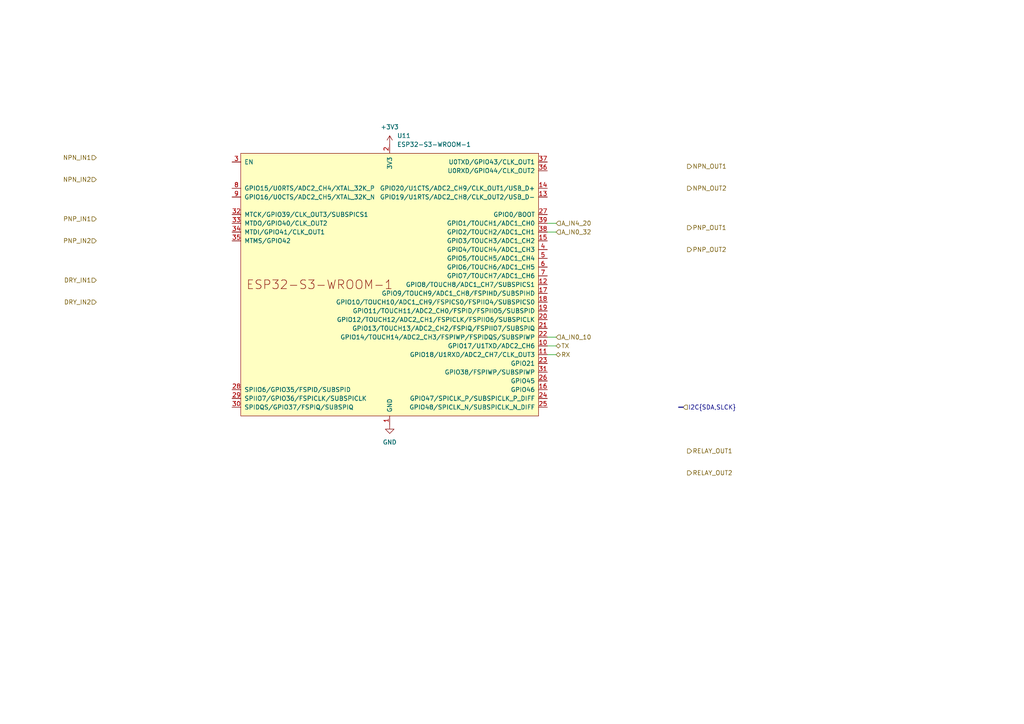
<source format=kicad_sch>
(kicad_sch (version 20250114) (generator "eeschema") (generator_version "9.0")
  (paper "A4")
  (lib_symbols
    (symbol "PCM_Espressif:ESP32-S3-WROOM-1" (pin_names (offset 1.016))
      (property "Reference" "U" (at -43.18 43.18 0))
      (property "Value" "ESP32-S3-WROOM-1" (at -43.18 40.64 0))
      (symbol "ESP32-S3-WROOM-1_0_0"
        (text "ESP32-S3-WROOM-1" (at -20.32 0 0) (effects (font (size 2.54 2.54))))
        (pin input line (at -45.72 35.56 0) (length 2.54) (name "EN") (number "3"))
        (pin bidirectional line (at -45.72 27.94 0) (length 2.54) (name "GPIO15/U0RTS/ADC2_CH4/XTAL_32K_P") (number "8"))
        (pin bidirectional line (at -45.72 25.4 0) (length 2.54) (name "GPIO16/U0CTS/ADC2_CH5/XTAL_32K_N") (number "9"))
        (pin bidirectional line (at -45.72 20.32 0) (length 2.54) (name "MTCK/GPIO39/CLK_OUT3/SUBSPICS1") (number "32"))
        (pin bidirectional line (at -45.72 17.78 0) (length 2.54) (name "MTDO/GPIO40/CLK_OUT2") (number "33"))
        (pin bidirectional line (at -45.72 15.24 0) (length 2.54) (name "MTDI/GPIO41/CLK_OUT1") (number "34"))
        (pin bidirectional line (at -45.72 12.7 0) (length 2.54) (name "MTMS/GPIO42") (number "35"))
        (pin bidirectional line (at -45.72 -30.48 0) (length 2.54) (name "SPIIO6/GPIO35/FSPID/SUBSPID") (number "28"))
        (pin bidirectional line (at -45.72 -33.02 0) (length 2.54) (name "SPIIO7/GPIO36/FSPICLK/SUBSPICLK") (number "29"))
        (pin bidirectional line (at -45.72 -35.56 0) (length 2.54) (name "SPIDQS/GPIO37/FSPIQ/SUBSPIQ") (number "30"))
        (pin power_in line (at 0 40.64 270) (length 2.54) (name "3V3") (number "2"))
        (pin power_in line (at 0 -40.64 90) (length 2.54) (name "GND") (number "1"))
        (pin passive line (at 0 -40.64 90) (length 2.54) (hide yes) (name "GND") (number "40"))
        (pin passive line (at 0 -40.64 90) (length 2.54) (hide yes) (name "GND") (number "41"))
        (pin bidirectional line (at 45.72 35.56 180) (length 2.54) (name "U0TXD/GPIO43/CLK_OUT1") (number "37"))
        (pin bidirectional line (at 45.72 33.02 180) (length 2.54) (name "U0RXD/GPIO44/CLK_OUT2") (number "36"))
        (pin bidirectional line (at 45.72 27.94 180) (length 2.54) (name "GPIO20/U1CTS/ADC2_CH9/CLK_OUT1/USB_D+") (number "14"))
        (pin bidirectional line (at 45.72 25.4 180) (length 2.54) (name "GPIO19/U1RTS/ADC2_CH8/CLK_OUT2/USB_D-") (number "13"))
        (pin bidirectional line (at 45.72 20.32 180) (length 2.54) (name "GPIO0/BOOT") (number "27"))
        (pin bidirectional line (at 45.72 17.78 180) (length 2.54) (name "GPIO1/TOUCH1/ADC1_CH0") (number "39"))
        (pin bidirectional line (at 45.72 15.24 180) (length 2.54) (name "GPIO2/TOUCH2/ADC1_CH1") (number "38"))
        (pin bidirectional line (at 45.72 12.7 180) (length 2.54) (name "GPIO3/TOUCH3/ADC1_CH2") (number "15"))
        (pin bidirectional line (at 45.72 10.16 180) (length 2.54) (name "GPIO4/TOUCH4/ADC1_CH3") (number "4"))
        (pin bidirectional line (at 45.72 7.62 180) (length 2.54) (name "GPIO5/TOUCH5/ADC1_CH4") (number "5"))
        (pin bidirectional line (at 45.72 5.08 180) (length 2.54) (name "GPIO6/TOUCH6/ADC1_CH5") (number "6"))
        (pin bidirectional line (at 45.72 2.54 180) (length 2.54) (name "GPIO7/TOUCH7/ADC1_CH6") (number "7"))
        (pin bidirectional line (at 45.72 0 180) (length 2.54) (name "GPIO8/TOUCH8/ADC1_CH7/SUBSPICS1") (number "12"))
        (pin bidirectional line (at 45.72 -2.54 180) (length 2.54) (name "GPIO9/TOUCH9/ADC1_CH8/FSPIHD/SUBSPIHD") (number "17"))
        (pin bidirectional line (at 45.72 -5.08 180) (length 2.54) (name "GPIO10/TOUCH10/ADC1_CH9/FSPICS0/FSPIIO4/SUBSPICS0") (number "18"))
        (pin bidirectional line (at 45.72 -7.62 180) (length 2.54) (name "GPIO11/TOUCH11/ADC2_CH0/FSPID/FSPIIO5/SUBSPID") (number "19"))
        (pin bidirectional line (at 45.72 -10.16 180) (length 2.54) (name "GPIO12/TOUCH12/ADC2_CH1/FSPICLK/FSPIIO6/SUBSPICLK") (number "20"))
        (pin bidirectional line (at 45.72 -12.7 180) (length 2.54) (name "GPIO13/TOUCH13/ADC2_CH2/FSPIQ/FSPIIO7/SUBSPIQ") (number "21"))
        (pin bidirectional line (at 45.72 -15.24 180) (length 2.54) (name "GPIO14/TOUCH14/ADC2_CH3/FSPIWP/FSPIDQS/SUBSPIWP") (number "22"))
        (pin bidirectional line (at 45.72 -17.78 180) (length 2.54) (name "GPIO17/U1TXD/ADC2_CH6") (number "10"))
        (pin bidirectional line (at 45.72 -20.32 180) (length 2.54) (name "GPIO18/U1RXD/ADC2_CH7/CLK_OUT3") (number "11"))
        (pin bidirectional line (at 45.72 -22.86 180) (length 2.54) (name "GPIO21") (number "23"))
        (pin bidirectional line (at 45.72 -25.4 180) (length 2.54) (name "GPIO38/FSPIWP/SUBSPIWP") (number "31"))
        (pin bidirectional line (at 45.72 -27.94 180) (length 2.54) (name "GPIO45") (number "26"))
        (pin bidirectional line (at 45.72 -30.48 180) (length 2.54) (name "GPIO46") (number "16"))
        (pin bidirectional line (at 45.72 -33.02 180) (length 2.54) (name "GPIO47/SPICLK_P/SUBSPICLK_P_DIFF") (number "24"))
        (pin bidirectional line (at 45.72 -35.56 180) (length 2.54) (name "GPIO48/SPICLK_N/SUBSPICLK_N_DIFF") (number "25"))
      )
      (symbol "ESP32-S3-WROOM-1_0_1"
        (rectangle (start -43.18 38.1) (end 43.18 -38.1) (fill (type background)))
      )
    )
    (symbol "power:+3V3" (power) (pin_numbers (hide yes)) (pin_names (offset 0) (hide yes))
      (property "Value" "+3V3" (at 0 3.556 0))
      (symbol "+3V3_0_1"
        (polyline (pts (xy -0.762 1.27) (xy 0 2.54)))
        (polyline (pts (xy 0 2.54) (xy 0.762 1.27)))
        (polyline (pts (xy 0 0) (xy 0 2.54)))
      )
      (symbol "+3V3_1_1"
        (pin power_in line (at 0 0 90) (length 0) (name "~") (number "1"))
      )
    )
    (symbol "power:GND" (power) (pin_numbers (hide yes)) (pin_names (offset 0) (hide yes))
      (property "Value" "GND" (at 0 -3.81 0))
      (symbol "GND_0_1"
        (polyline (pts (xy 0 0) (xy 0 -1.27) (xy 1.27 -1.27) (xy 0 -2.54) (xy -1.27 -1.27) (xy 0 -1.27)))
      )
      (symbol "GND_1_1"
        (pin power_in line (at 0 0 270) (length 0) (name "~") (number "1"))
      )
    )
  )
  (bus (pts (xy 198.12 118.11) (xy 196.85 118.11)))
  (wire (pts (xy 158.75 64.77) (xy 161.29 64.77)))
  (wire (pts (xy 158.75 97.79) (xy 161.29 97.79)))
  (wire (pts (xy 158.75 100.33) (xy 161.29 100.33)))
  (wire (pts (xy 158.75 102.87) (xy 161.29 102.87)))
  (wire (pts (xy 158.75 67.31) (xy 161.29 67.31)))
  (hierarchical_label "PNP_OUT1" (shape output) (at 199.39 66.04 0))
  (hierarchical_label "DRY_IN2" (shape input) (at 27.94 87.63 180))
  (hierarchical_label "RX" (shape bidirectional) (at 161.29 102.87 0))
  (hierarchical_label "A_IN4_20" (shape input) (at 161.29 64.77 0))
  (hierarchical_label "RELAY_OUT2" (shape output) (at 199.39 137.16 0))
  (hierarchical_label "I2C{SDA,SLCK}" (shape input) (at 198.12 118.11 0))
  (hierarchical_label "NPN_IN1" (shape input) (at 27.94 45.72 180))
  (hierarchical_label "PNP_IN2" (shape input) (at 27.94 69.85 180))
  (hierarchical_label "PNP_IN1" (shape input) (at 27.94 63.5 180))
  (hierarchical_label "NPN_OUT1" (shape output) (at 199.39 48.26 0))
  (hierarchical_label "NPN_IN2" (shape input) (at 27.94 52.07 180))
  (hierarchical_label "RELAY_OUT1" (shape output) (at 199.39 130.81 0))
  (hierarchical_label "A_IN0_32" (shape input) (at 161.29 67.31 0))
  (hierarchical_label "PNP_OUT2" (shape output) (at 199.39 72.39 0))
  (hierarchical_label "NPN_OUT2" (shape output) (at 199.39 54.61 0))
  (hierarchical_label "DRY_IN1" (shape input) (at 27.94 81.28 180))
  (hierarchical_label "A_IN0_10" (shape input) (at 161.29 97.79 0))
  (hierarchical_label "TX" (shape bidirectional) (at 161.29 100.33 0))
  (symbol (lib_id "PCM_Espressif:ESP32-S3-WROOM-1") (at 113.03 82.55 0) (unit 1)
    (property "Reference" "U11" (at 115.1733 39.37 0) (effects (justify left)))
    (property "Value" "ESP32-S3-WROOM-1" (at 115.1733 41.91 0) (effects (justify left)))
    (property "Footprint" "PCM_Espressif:ESP32-S3-WROOM-1" (effects (hide yes)))
    (property "Datasheet" "https://www.espressif.com/sites/default/files/documentation/esp32-s3-wroom-1_wroom-1u_datasheet_en.pdf" (effects (hide yes)))
    (property "Description" "2.4 GHz WiFi (802.11 b/g/n) and Bluetooth ® 5 (LE) module Built around ESP32S3 series of SoCs, Xtensa ® dualcore 32bit LX7 microprocessor Flash up to 16 MB, PSRAM up to 8 MB 36 GPIOs, rich set of peripherals Onboard PCB antenna" (effects (hide yes)))
  )
  (symbol (lib_id "power:+3V3") (at 113.03 41.91 0) (unit 1)
    (property "Reference" "#PWR02" (effects (hide yes)))
    (property "Value" "+3V3" (at 113.03 36.83 0))
    (property "Description" "Power symbol creates a global label with name \"+3V3\"" (effects (hide yes)))
  )
  (symbol (lib_id "power:GND") (at 113.03 123.19 0) (unit 1)
    (property "Reference" "#PWR086" (effects (hide yes)))
    (property "Value" "GND" (at 113.03 128.27 0))
    (property "Description" "Power symbol creates a global label with name \"GND\" , ground" (effects (hide yes)))
  )
)
</source>
